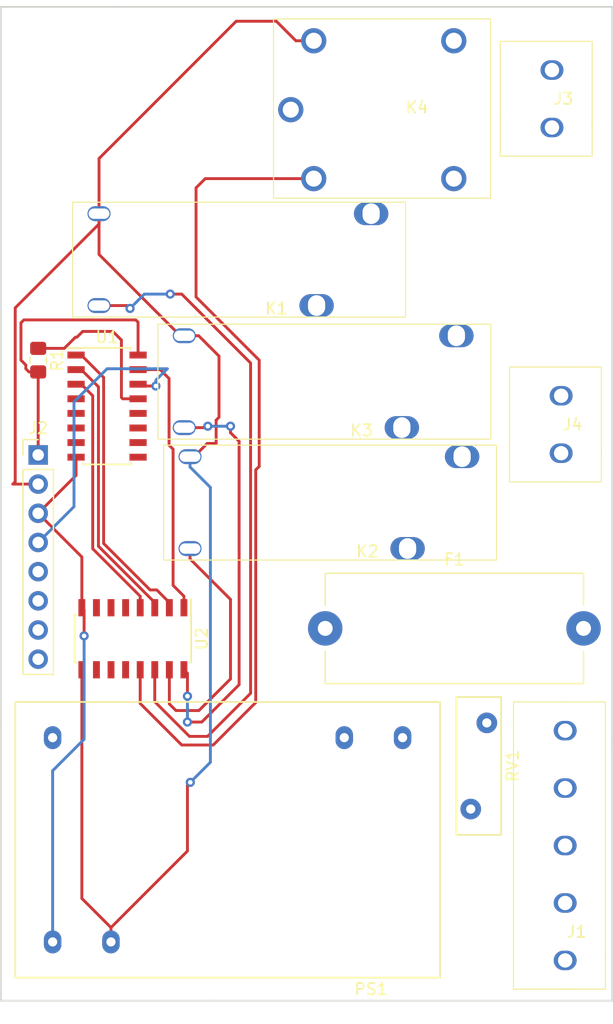
<source format=kicad_pcb>
(kicad_pcb (version 20171130) (host pcbnew 5.0.2+dfsg1-1~bpo9+1)

  (general
    (thickness 1.6)
    (drawings 10)
    (tracks 142)
    (zones 0)
    (modules 14)
    (nets 36)
  )

  (page A4)
  (layers
    (0 F.Cu signal)
    (31 B.Cu signal)
    (32 B.Adhes user)
    (33 F.Adhes user)
    (34 B.Paste user)
    (35 F.Paste user)
    (36 B.SilkS user)
    (37 F.SilkS user)
    (38 B.Mask user)
    (39 F.Mask user)
    (40 Dwgs.User user)
    (41 Cmts.User user)
    (42 Eco1.User user)
    (43 Eco2.User user)
    (44 Edge.Cuts user)
    (45 Margin user)
    (46 B.CrtYd user)
    (47 F.CrtYd user)
    (48 B.Fab user)
    (49 F.Fab user)
  )

  (setup
    (last_trace_width 0.25)
    (trace_clearance 0.2)
    (zone_clearance 0.508)
    (zone_45_only no)
    (trace_min 0.2)
    (segment_width 0.2)
    (edge_width 0.15)
    (via_size 0.8)
    (via_drill 0.4)
    (via_min_size 0.4)
    (via_min_drill 0.3)
    (uvia_size 0.3)
    (uvia_drill 0.1)
    (uvias_allowed no)
    (uvia_min_size 0.2)
    (uvia_min_drill 0.1)
    (pcb_text_width 0.3)
    (pcb_text_size 1.5 1.5)
    (mod_edge_width 0.15)
    (mod_text_size 1 1)
    (mod_text_width 0.15)
    (pad_size 1.524 1.524)
    (pad_drill 0.762)
    (pad_to_mask_clearance 0.051)
    (solder_mask_min_width 0.25)
    (aux_axis_origin 0 0)
    (visible_elements FFFFFF7F)
    (pcbplotparams
      (layerselection 0x010fc_ffffffff)
      (usegerberextensions false)
      (usegerberattributes false)
      (usegerberadvancedattributes false)
      (creategerberjobfile false)
      (excludeedgelayer true)
      (linewidth 0.100000)
      (plotframeref false)
      (viasonmask false)
      (mode 1)
      (useauxorigin false)
      (hpglpennumber 1)
      (hpglpenspeed 20)
      (hpglpendiameter 15.000000)
      (psnegative false)
      (psa4output false)
      (plotreference true)
      (plotvalue true)
      (plotinvisibletext false)
      (padsonsilk false)
      (subtractmaskfromsilk false)
      (outputformat 1)
      (mirror false)
      (drillshape 1)
      (scaleselection 1)
      (outputdirectory ""))
  )

  (net 0 "")
  (net 1 L)
  (net 2 "Net-(J1-Pad1)")
  (net 3 "Net-(J3-Pad2)")
  (net 4 "Net-(J3-Pad1)")
  (net 5 "Net-(J4-Pad1)")
  (net 6 "Net-(J4-Pad2)")
  (net 7 "Net-(J2-Pad8)")
  (net 8 +3V3)
  (net 9 "Net-(U1-Pad1)")
  (net 10 "Net-(U1-Pad9)")
  (net 11 "Net-(U1-Pad2)")
  (net 12 "Net-(J2-Pad6)")
  (net 13 "Net-(U1-Pad3)")
  (net 14 "Net-(J2-Pad5)")
  (net 15 "Net-(U1-Pad4)")
  (net 16 "Net-(J2-Pad7)")
  (net 17 "Net-(U1-Pad5)")
  (net 18 "Net-(U1-Pad6)")
  (net 19 "Net-(J2-Pad4)")
  (net 20 "Net-(U1-Pad7)")
  (net 21 "Net-(U1-Pad15)")
  (net 22 GND)
  (net 23 "Net-(K3-PadA2)")
  (net 24 "Net-(K2-PadA2)")
  (net 25 "Net-(U2-Pad7)")
  (net 26 "Net-(K1-PadA2)")
  (net 27 "Net-(U2-Pad6)")
  (net 28 "Net-(K4-PadA2)")
  (net 29 "Net-(U2-Pad5)")
  (net 30 "Net-(U2-Pad12)")
  (net 31 "Net-(U2-Pad11)")
  (net 32 "Net-(U2-Pad10)")
  (net 33 +5V)
  (net 34 "Net-(F1-Pad1)")
  (net 35 "Net-(K1-Pad14)")

  (net_class Default "This is the default net class."
    (clearance 0.2)
    (trace_width 0.25)
    (via_dia 0.8)
    (via_drill 0.4)
    (uvia_dia 0.3)
    (uvia_drill 0.1)
    (add_net +3V3)
    (add_net +5V)
    (add_net GND)
    (add_net L)
    (add_net "Net-(F1-Pad1)")
    (add_net "Net-(J1-Pad1)")
    (add_net "Net-(J2-Pad4)")
    (add_net "Net-(J2-Pad5)")
    (add_net "Net-(J2-Pad6)")
    (add_net "Net-(J2-Pad7)")
    (add_net "Net-(J2-Pad8)")
    (add_net "Net-(J3-Pad1)")
    (add_net "Net-(J3-Pad2)")
    (add_net "Net-(J4-Pad1)")
    (add_net "Net-(J4-Pad2)")
    (add_net "Net-(K1-Pad14)")
    (add_net "Net-(K1-PadA2)")
    (add_net "Net-(K2-PadA2)")
    (add_net "Net-(K3-PadA2)")
    (add_net "Net-(K4-PadA2)")
    (add_net "Net-(U1-Pad1)")
    (add_net "Net-(U1-Pad15)")
    (add_net "Net-(U1-Pad2)")
    (add_net "Net-(U1-Pad3)")
    (add_net "Net-(U1-Pad4)")
    (add_net "Net-(U1-Pad5)")
    (add_net "Net-(U1-Pad6)")
    (add_net "Net-(U1-Pad7)")
    (add_net "Net-(U1-Pad9)")
    (add_net "Net-(U2-Pad10)")
    (add_net "Net-(U2-Pad11)")
    (add_net "Net-(U2-Pad12)")
    (add_net "Net-(U2-Pad5)")
    (add_net "Net-(U2-Pad6)")
    (add_net "Net-(U2-Pad7)")
  )

  (module Package_SO:SOIC-16_3.9x9.9mm_P1.27mm (layer F.Cu) (tedit 5A02F2D3) (tstamp 5C78C392)
    (at 220.25 120 270)
    (descr "16-Lead Plastic Small Outline (SL) - Narrow, 3.90 mm Body [SOIC] (see Microchip Packaging Specification 00000049BS.pdf)")
    (tags "SOIC 1.27")
    (path /5C4A16CD)
    (attr smd)
    (fp_text reference U2 (at 0 -6 270) (layer F.SilkS)
      (effects (font (size 1 1) (thickness 0.15)))
    )
    (fp_text value ULN2003A (at 0 6 270) (layer F.Fab)
      (effects (font (size 1 1) (thickness 0.15)))
    )
    (fp_line (start -2.075 -5.05) (end -3.45 -5.05) (layer F.SilkS) (width 0.15))
    (fp_line (start -2.075 5.075) (end 2.075 5.075) (layer F.SilkS) (width 0.15))
    (fp_line (start -2.075 -5.075) (end 2.075 -5.075) (layer F.SilkS) (width 0.15))
    (fp_line (start -2.075 5.075) (end -2.075 4.97) (layer F.SilkS) (width 0.15))
    (fp_line (start 2.075 5.075) (end 2.075 4.97) (layer F.SilkS) (width 0.15))
    (fp_line (start 2.075 -5.075) (end 2.075 -4.97) (layer F.SilkS) (width 0.15))
    (fp_line (start -2.075 -5.075) (end -2.075 -5.05) (layer F.SilkS) (width 0.15))
    (fp_line (start -3.7 5.25) (end 3.7 5.25) (layer F.CrtYd) (width 0.05))
    (fp_line (start -3.7 -5.25) (end 3.7 -5.25) (layer F.CrtYd) (width 0.05))
    (fp_line (start 3.7 -5.25) (end 3.7 5.25) (layer F.CrtYd) (width 0.05))
    (fp_line (start -3.7 -5.25) (end -3.7 5.25) (layer F.CrtYd) (width 0.05))
    (fp_line (start -1.95 -3.95) (end -0.95 -4.95) (layer F.Fab) (width 0.15))
    (fp_line (start -1.95 4.95) (end -1.95 -3.95) (layer F.Fab) (width 0.15))
    (fp_line (start 1.95 4.95) (end -1.95 4.95) (layer F.Fab) (width 0.15))
    (fp_line (start 1.95 -4.95) (end 1.95 4.95) (layer F.Fab) (width 0.15))
    (fp_line (start -0.95 -4.95) (end 1.95 -4.95) (layer F.Fab) (width 0.15))
    (fp_text user %R (at 0 0 270) (layer F.Fab)
      (effects (font (size 0.9 0.9) (thickness 0.135)))
    )
    (pad 16 smd rect (at 2.7 -4.445 270) (size 1.5 0.6) (layers F.Cu F.Paste F.Mask)
      (net 23 "Net-(K3-PadA2)"))
    (pad 15 smd rect (at 2.7 -3.175 270) (size 1.5 0.6) (layers F.Cu F.Paste F.Mask)
      (net 24 "Net-(K2-PadA2)"))
    (pad 14 smd rect (at 2.7 -1.905 270) (size 1.5 0.6) (layers F.Cu F.Paste F.Mask)
      (net 26 "Net-(K1-PadA2)"))
    (pad 13 smd rect (at 2.7 -0.635 270) (size 1.5 0.6) (layers F.Cu F.Paste F.Mask)
      (net 28 "Net-(K4-PadA2)"))
    (pad 12 smd rect (at 2.7 0.635 270) (size 1.5 0.6) (layers F.Cu F.Paste F.Mask)
      (net 30 "Net-(U2-Pad12)"))
    (pad 11 smd rect (at 2.7 1.905 270) (size 1.5 0.6) (layers F.Cu F.Paste F.Mask)
      (net 31 "Net-(U2-Pad11)"))
    (pad 10 smd rect (at 2.7 3.175 270) (size 1.5 0.6) (layers F.Cu F.Paste F.Mask)
      (net 32 "Net-(U2-Pad10)"))
    (pad 9 smd rect (at 2.7 4.445 270) (size 1.5 0.6) (layers F.Cu F.Paste F.Mask)
      (net 33 +5V))
    (pad 8 smd rect (at -2.7 4.445 270) (size 1.5 0.6) (layers F.Cu F.Paste F.Mask)
      (net 22 GND))
    (pad 7 smd rect (at -2.7 3.175 270) (size 1.5 0.6) (layers F.Cu F.Paste F.Mask)
      (net 25 "Net-(U2-Pad7)"))
    (pad 6 smd rect (at -2.7 1.905 270) (size 1.5 0.6) (layers F.Cu F.Paste F.Mask)
      (net 27 "Net-(U2-Pad6)"))
    (pad 5 smd rect (at -2.7 0.635 270) (size 1.5 0.6) (layers F.Cu F.Paste F.Mask)
      (net 29 "Net-(U2-Pad5)"))
    (pad 4 smd rect (at -2.7 -0.635 270) (size 1.5 0.6) (layers F.Cu F.Paste F.Mask)
      (net 13 "Net-(U1-Pad3)"))
    (pad 3 smd rect (at -2.7 -1.905 270) (size 1.5 0.6) (layers F.Cu F.Paste F.Mask)
      (net 11 "Net-(U1-Pad2)"))
    (pad 2 smd rect (at -2.7 -3.175 270) (size 1.5 0.6) (layers F.Cu F.Paste F.Mask)
      (net 9 "Net-(U1-Pad1)"))
    (pad 1 smd rect (at -2.7 -4.445 270) (size 1.5 0.6) (layers F.Cu F.Paste F.Mask)
      (net 21 "Net-(U1-Pad15)"))
    (model ${KISYS3DMOD}/Package_SO.3dshapes/SOIC-16_3.9x9.9mm_P1.27mm.wrl
      (at (xyz 0 0 0))
      (scale (xyz 1 1 1))
      (rotate (xyz 0 0 0))
    )
  )

  (module Package_SO:SOIC-16_3.9x9.9mm_P1.27mm (layer F.Cu) (tedit 5A02F2D3) (tstamp 5C78C36E)
    (at 218 99.75)
    (descr "16-Lead Plastic Small Outline (SL) - Narrow, 3.90 mm Body [SOIC] (see Microchip Packaging Specification 00000049BS.pdf)")
    (tags "SOIC 1.27")
    (path /5C4A5381)
    (attr smd)
    (fp_text reference U1 (at 0 -6) (layer F.SilkS)
      (effects (font (size 1 1) (thickness 0.15)))
    )
    (fp_text value 74HC595 (at 0 6) (layer F.Fab)
      (effects (font (size 1 1) (thickness 0.15)))
    )
    (fp_text user %R (at 0 0) (layer F.Fab)
      (effects (font (size 0.9 0.9) (thickness 0.135)))
    )
    (fp_line (start -0.95 -4.95) (end 1.95 -4.95) (layer F.Fab) (width 0.15))
    (fp_line (start 1.95 -4.95) (end 1.95 4.95) (layer F.Fab) (width 0.15))
    (fp_line (start 1.95 4.95) (end -1.95 4.95) (layer F.Fab) (width 0.15))
    (fp_line (start -1.95 4.95) (end -1.95 -3.95) (layer F.Fab) (width 0.15))
    (fp_line (start -1.95 -3.95) (end -0.95 -4.95) (layer F.Fab) (width 0.15))
    (fp_line (start -3.7 -5.25) (end -3.7 5.25) (layer F.CrtYd) (width 0.05))
    (fp_line (start 3.7 -5.25) (end 3.7 5.25) (layer F.CrtYd) (width 0.05))
    (fp_line (start -3.7 -5.25) (end 3.7 -5.25) (layer F.CrtYd) (width 0.05))
    (fp_line (start -3.7 5.25) (end 3.7 5.25) (layer F.CrtYd) (width 0.05))
    (fp_line (start -2.075 -5.075) (end -2.075 -5.05) (layer F.SilkS) (width 0.15))
    (fp_line (start 2.075 -5.075) (end 2.075 -4.97) (layer F.SilkS) (width 0.15))
    (fp_line (start 2.075 5.075) (end 2.075 4.97) (layer F.SilkS) (width 0.15))
    (fp_line (start -2.075 5.075) (end -2.075 4.97) (layer F.SilkS) (width 0.15))
    (fp_line (start -2.075 -5.075) (end 2.075 -5.075) (layer F.SilkS) (width 0.15))
    (fp_line (start -2.075 5.075) (end 2.075 5.075) (layer F.SilkS) (width 0.15))
    (fp_line (start -2.075 -5.05) (end -3.45 -5.05) (layer F.SilkS) (width 0.15))
    (pad 1 smd rect (at -2.7 -4.445) (size 1.5 0.6) (layers F.Cu F.Paste F.Mask)
      (net 9 "Net-(U1-Pad1)"))
    (pad 2 smd rect (at -2.7 -3.175) (size 1.5 0.6) (layers F.Cu F.Paste F.Mask)
      (net 11 "Net-(U1-Pad2)"))
    (pad 3 smd rect (at -2.7 -1.905) (size 1.5 0.6) (layers F.Cu F.Paste F.Mask)
      (net 13 "Net-(U1-Pad3)"))
    (pad 4 smd rect (at -2.7 -0.635) (size 1.5 0.6) (layers F.Cu F.Paste F.Mask)
      (net 15 "Net-(U1-Pad4)"))
    (pad 5 smd rect (at -2.7 0.635) (size 1.5 0.6) (layers F.Cu F.Paste F.Mask)
      (net 17 "Net-(U1-Pad5)"))
    (pad 6 smd rect (at -2.7 1.905) (size 1.5 0.6) (layers F.Cu F.Paste F.Mask)
      (net 18 "Net-(U1-Pad6)"))
    (pad 7 smd rect (at -2.7 3.175) (size 1.5 0.6) (layers F.Cu F.Paste F.Mask)
      (net 20 "Net-(U1-Pad7)"))
    (pad 8 smd rect (at -2.7 4.445) (size 1.5 0.6) (layers F.Cu F.Paste F.Mask)
      (net 22 GND))
    (pad 9 smd rect (at 2.7 4.445) (size 1.5 0.6) (layers F.Cu F.Paste F.Mask)
      (net 10 "Net-(U1-Pad9)"))
    (pad 10 smd rect (at 2.7 3.175) (size 1.5 0.6) (layers F.Cu F.Paste F.Mask)
      (net 12 "Net-(J2-Pad6)"))
    (pad 11 smd rect (at 2.7 1.905) (size 1.5 0.6) (layers F.Cu F.Paste F.Mask)
      (net 14 "Net-(J2-Pad5)"))
    (pad 12 smd rect (at 2.7 0.635) (size 1.5 0.6) (layers F.Cu F.Paste F.Mask)
      (net 16 "Net-(J2-Pad7)"))
    (pad 13 smd rect (at 2.7 -0.635) (size 1.5 0.6) (layers F.Cu F.Paste F.Mask)
      (net 7 "Net-(J2-Pad8)"))
    (pad 14 smd rect (at 2.7 -1.905) (size 1.5 0.6) (layers F.Cu F.Paste F.Mask)
      (net 19 "Net-(J2-Pad4)"))
    (pad 15 smd rect (at 2.7 -3.175) (size 1.5 0.6) (layers F.Cu F.Paste F.Mask)
      (net 21 "Net-(U1-Pad15)"))
    (pad 16 smd rect (at 2.7 -4.445) (size 1.5 0.6) (layers F.Cu F.Paste F.Mask)
      (net 8 +3V3))
    (model ${KISYS3DMOD}/Package_SO.3dshapes/SOIC-16_3.9x9.9mm_P1.27mm.wrl
      (at (xyz 0 0 0))
      (scale (xyz 1 1 1))
      (rotate (xyz 0 0 0))
    )
  )

  (module Resistor_SMD:R_0805_2012Metric_Pad1.15x1.40mm_HandSolder (layer F.Cu) (tedit 5B36C52B) (tstamp 5C78C35E)
    (at 212 95.75 270)
    (descr "Resistor SMD 0805 (2012 Metric), square (rectangular) end terminal, IPC_7351 nominal with elongated pad for handsoldering. (Body size source: https://docs.google.com/spreadsheets/d/1BsfQQcO9C6DZCsRaXUlFlo91Tg2WpOkGARC1WS5S8t0/edit?usp=sharing), generated with kicad-footprint-generator")
    (tags "resistor handsolder")
    (path /5C4AE9C6)
    (attr smd)
    (fp_text reference R1 (at 0 -1.65 270) (layer F.SilkS)
      (effects (font (size 1 1) (thickness 0.15)))
    )
    (fp_text value 10k (at 0 1.65 270) (layer F.Fab)
      (effects (font (size 1 1) (thickness 0.15)))
    )
    (fp_line (start -1 0.6) (end -1 -0.6) (layer F.Fab) (width 0.1))
    (fp_line (start -1 -0.6) (end 1 -0.6) (layer F.Fab) (width 0.1))
    (fp_line (start 1 -0.6) (end 1 0.6) (layer F.Fab) (width 0.1))
    (fp_line (start 1 0.6) (end -1 0.6) (layer F.Fab) (width 0.1))
    (fp_line (start -0.261252 -0.71) (end 0.261252 -0.71) (layer F.SilkS) (width 0.12))
    (fp_line (start -0.261252 0.71) (end 0.261252 0.71) (layer F.SilkS) (width 0.12))
    (fp_line (start -1.85 0.95) (end -1.85 -0.95) (layer F.CrtYd) (width 0.05))
    (fp_line (start -1.85 -0.95) (end 1.85 -0.95) (layer F.CrtYd) (width 0.05))
    (fp_line (start 1.85 -0.95) (end 1.85 0.95) (layer F.CrtYd) (width 0.05))
    (fp_line (start 1.85 0.95) (end -1.85 0.95) (layer F.CrtYd) (width 0.05))
    (fp_text user %R (at 0 0 270) (layer F.Fab)
      (effects (font (size 0.5 0.5) (thickness 0.08)))
    )
    (pad 1 smd roundrect (at -1.025 0 270) (size 1.15 1.4) (layers F.Cu F.Paste F.Mask) (roundrect_rratio 0.217391)
      (net 7 "Net-(J2-Pad8)"))
    (pad 2 smd roundrect (at 1.025 0 270) (size 1.15 1.4) (layers F.Cu F.Paste F.Mask) (roundrect_rratio 0.217391)
      (net 8 +3V3))
    (model ${KISYS3DMOD}/Resistor_SMD.3dshapes/R_0805_2012Metric.wrl
      (at (xyz 0 0 0))
      (scale (xyz 1 1 1))
      (rotate (xyz 0 0 0))
    )
  )

  (module irm03:IRM-03-5 (layer F.Cu) (tedit 5C534A59) (tstamp 5C78C305)
    (at 247 149.5 180)
    (path /5C4BD8D8)
    (fp_text reference PS1 (at 6 -1 180) (layer F.SilkS)
      (effects (font (size 1 1) (thickness 0.15)))
    )
    (fp_text value IRM-03-5S (at 12 6 180) (layer F.Fab)
      (effects (font (size 1 1) (thickness 0.15)))
    )
    (fp_line (start 0 24) (end 0 0) (layer F.SilkS) (width 0.15))
    (fp_line (start 31 24) (end 0 24) (layer F.SilkS) (width 0.15))
    (fp_line (start 37 24) (end 31 24) (layer F.SilkS) (width 0.15))
    (fp_line (start 37 0) (end 37 24) (layer F.SilkS) (width 0.15))
    (fp_line (start 0 0) (end 37 0) (layer F.SilkS) (width 0.15))
    (pad 16 thru_hole oval (at 28.66 3.11 180) (size 1.524 2) (drill 0.8) (layers *.Cu *.Mask)
      (net 33 +5V))
    (pad 14 thru_hole oval (at 33.74 3.11 180) (size 1.524 2) (drill 0.8) (layers *.Cu *.Mask)
      (net 22 GND))
    (pad 0 thru_hole oval (at 33.74 20.89 180) (size 1.524 2) (drill 0.8) (layers *.Cu *.Mask))
    (pad 3 thru_hole oval (at 8.34 20.89 180) (size 1.524 2) (drill 0.8) (layers *.Cu *.Mask)
      (net 2 "Net-(J1-Pad1)"))
    (pad 1 thru_hole oval (at 3.26 20.89 180) (size 1.524 2) (drill 0.8) (layers *.Cu *.Mask)
      (net 34 "Net-(F1-Pad1)"))
  )

  (module Fuse:Fuseholder_Cylinder-5x20mm_Schurter_0031_8201_Horizontal_Open (layer F.Cu) (tedit 5A1C8BA4) (tstamp 5C6F9787)
    (at 237 119.1)
    (descr http://www.schurter.com/var/schurter/storage/ilcatalogue/files/document/datasheet/en/pdf/typ_OGN.pdf)
    (tags "Fuseholder horizontal open 5x20 Schurter 0031.8201")
    (path /5C4A0D40)
    (fp_text reference F1 (at 11.25 -6) (layer F.SilkS)
      (effects (font (size 1 1) (thickness 0.15)))
    )
    (fp_text value Fuse (at 11.25 6) (layer F.Fab)
      (effects (font (size 1 1) (thickness 0.15)))
    )
    (fp_text user %R (at 11.25 4) (layer F.Fab)
      (effects (font (size 1 1) (thickness 0.15)))
    )
    (fp_line (start 0.1 -4.7) (end 0.1 4.7) (layer F.Fab) (width 0.1))
    (fp_line (start 0.1 4.7) (end 22.4 4.7) (layer F.Fab) (width 0.1))
    (fp_line (start 22.4 4.7) (end 22.4 -4.7) (layer F.Fab) (width 0.1))
    (fp_line (start 22.4 -4.7) (end 0.1 -4.7) (layer F.Fab) (width 0.1))
    (fp_line (start -0.25 5.05) (end -0.25 1.95) (layer F.CrtYd) (width 0.05))
    (fp_line (start 22.5 4.8) (end 22.5 2) (layer F.SilkS) (width 0.12))
    (fp_line (start 22.5 -2) (end 22.5 -4.8) (layer F.SilkS) (width 0.12))
    (fp_line (start 0 -2) (end 0 -4.8) (layer F.SilkS) (width 0.12))
    (fp_line (start 0 -4.8) (end 22.5 -4.8) (layer F.SilkS) (width 0.12))
    (fp_line (start 22.75 5.05) (end -0.25 5.05) (layer F.CrtYd) (width 0.05))
    (fp_line (start -0.25 -5.05) (end 22.75 -5.05) (layer F.CrtYd) (width 0.05))
    (fp_line (start 0 4.8) (end 22.5 4.8) (layer F.SilkS) (width 0.12))
    (fp_line (start -0.25 -1.95) (end -0.25 -5.05) (layer F.CrtYd) (width 0.05))
    (fp_line (start 22.75 -1.95) (end 22.75 -5.05) (layer F.CrtYd) (width 0.05))
    (fp_line (start 22.75 1.95) (end 22.75 5.05) (layer F.CrtYd) (width 0.05))
    (fp_line (start 0 4.8) (end 0 2) (layer F.SilkS) (width 0.12))
    (fp_arc (start 22.5 0) (end 22.75 -1.95) (angle 165.3) (layer F.CrtYd) (width 0.05))
    (fp_arc (start 0 0) (end -0.25 1.95) (angle 165.3) (layer F.CrtYd) (width 0.05))
    (pad 1 thru_hole circle (at 0 0) (size 3 3) (drill 1.3) (layers *.Cu *.Mask)
      (net 34 "Net-(F1-Pad1)"))
    (pad 2 thru_hole circle (at 22.5 0) (size 3 3) (drill 1.3) (layers *.Cu *.Mask)
      (net 1 L))
    (pad "" np_thru_hole circle (at 11.25 0) (size 2.7 2.7) (drill 2.7) (layers *.Cu *.Mask))
    (model ${KISYS3DMOD}/Fuse.3dshapes/Fuseholder_Cylinder-5x20mm_Schurter_0031_8201_Horizontal_Open.wrl
      (at (xyz 0 0 0))
      (scale (xyz 1 1 1))
      (rotate (xyz 0 0 0))
    )
  )

  (module "finder-36:Finder 36.11.9" (layer F.Cu) (tedit 5A881E6A) (tstamp 5C6F8A20)
    (at 238 69.25)
    (path /5C4A1EBD)
    (fp_text reference K4 (at 7 4.5) (layer F.SilkS)
      (effects (font (size 1 1) (thickness 0.15)))
    )
    (fp_text value FINDER-36.11 (at 7.5 -4) (layer F.Fab)
      (effects (font (size 1 1) (thickness 0.15)))
    )
    (fp_line (start 13.2 -3.2) (end 13.4 -3.2) (layer F.SilkS) (width 0.1))
    (fp_line (start 13.4 -3.2) (end 13.4 12.4) (layer F.SilkS) (width 0.1))
    (fp_line (start 13.4 12.4) (end 13.2 12.4) (layer F.SilkS) (width 0.1))
    (fp_line (start 13 -3.2) (end 13.2 -3.2) (layer F.SilkS) (width 0.1))
    (fp_line (start 13.2 12.4) (end 12.9 12.4) (layer F.SilkS) (width 0.1))
    (fp_line (start 12 12.4) (end -5.5 12.4) (layer F.SilkS) (width 0.1))
    (fp_line (start -5.5 12) (end -5.5 12.4) (layer F.SilkS) (width 0.1))
    (fp_line (start -5.5 -3.2) (end 13 -3.2) (layer F.SilkS) (width 0.1))
    (fp_line (start 13 12.4) (end 11.9 12.4) (layer F.SilkS) (width 0.1))
    (fp_line (start -5.5 -3.2) (end -5.5 -3) (layer F.SilkS) (width 0.1))
    (fp_line (start -5.5 12) (end -5.5 4) (layer F.SilkS) (width 0.1))
    (fp_line (start -5.5 4) (end -5.5 -3) (layer F.SilkS) (width 0.1))
    (pad 12 thru_hole circle (at 10.2 10.7) (size 2.2 2.2) (drill 1.4) (layers *.Cu *.Mask)
      (net 4 "Net-(J3-Pad1)"))
    (pad 11 thru_hole circle (at -4 4.7) (size 2.2 2.2) (drill 1.4) (layers *.Cu *.Mask)
      (net 35 "Net-(K1-Pad14)"))
    (pad A2 thru_hole circle (at -2 10.7) (size 2.2 2.2) (drill 1.4) (layers *.Cu *.Mask)
      (net 28 "Net-(K4-PadA2)"))
    (pad A1 thru_hole circle (at -2 -1.3) (size 2.2 2.2) (drill 1.4) (layers *.Cu *.Mask)
      (net 33 +5V))
    (pad 14 thru_hole circle (at 10.2 -1.3) (size 2.2 2.2) (drill 1.4) (layers *.Cu *.Mask)
      (net 3 "Net-(J3-Pad2)"))
  )

  (module js5mn-kt:js5mn-kt (layer F.Cu) (tedit 5BD46245) (tstamp 5C6F8A0B)
    (at 252.425 90.625)
    (path /5C4A0F53)
    (fp_text reference K3 (at -12.25 11.25) (layer F.SilkS)
      (effects (font (size 1 1) (thickness 0.15)))
    )
    (fp_text value JS5MN-KT (at -22.5 7) (layer F.Fab)
      (effects (font (size 1 1) (thickness 0.15)))
    )
    (fp_line (start -30 2) (end -30 10) (layer F.SilkS) (width 0.1))
    (fp_line (start -30 2) (end -1 2) (layer F.SilkS) (width 0.1))
    (fp_line (start -1 2) (end -1 12) (layer F.SilkS) (width 0.1))
    (fp_line (start -1 12) (end -30 12) (layer F.SilkS) (width 0.1))
    (fp_line (start -30 12) (end -30 10) (layer F.SilkS) (width 0.1))
    (pad 14 thru_hole oval (at -4 3) (size 3 2) (drill oval 1.5 1.8) (layers *.Cu *.Mask)
      (net 6 "Net-(J4-Pad2)"))
    (pad A2 thru_hole oval (at -27.7 11) (size 2 1.3) (drill oval 1.8 0.9) (layers *.Cu *.Mask)
      (net 23 "Net-(K3-PadA2)"))
    (pad A1 thru_hole oval (at -27.7 3) (size 2 1.3) (drill oval 1.8 0.9) (layers *.Cu *.Mask)
      (net 33 +5V))
    (pad 11 thru_hole oval (at -8.75 11) (size 3 2) (drill oval 1.5 1.8) (layers *.Cu *.Mask)
      (net 1 L))
  )

  (module js5mn-kt:js5mn-kt (layer F.Cu) (tedit 5BD46245) (tstamp 5C6F89FE)
    (at 252.925 101.15)
    (path /5C4A0FCB)
    (fp_text reference K2 (at -12.25 11.25) (layer F.SilkS)
      (effects (font (size 1 1) (thickness 0.15)))
    )
    (fp_text value JS5MN-KT (at -22.5 7) (layer F.Fab)
      (effects (font (size 1 1) (thickness 0.15)))
    )
    (fp_line (start -30 12) (end -30 10) (layer F.SilkS) (width 0.1))
    (fp_line (start -1 12) (end -30 12) (layer F.SilkS) (width 0.1))
    (fp_line (start -1 2) (end -1 12) (layer F.SilkS) (width 0.1))
    (fp_line (start -30 2) (end -1 2) (layer F.SilkS) (width 0.1))
    (fp_line (start -30 2) (end -30 10) (layer F.SilkS) (width 0.1))
    (pad 11 thru_hole oval (at -8.75 11) (size 3 2) (drill oval 1.5 1.8) (layers *.Cu *.Mask)
      (net 1 L))
    (pad A1 thru_hole oval (at -27.7 3) (size 2 1.3) (drill oval 1.8 0.9) (layers *.Cu *.Mask)
      (net 33 +5V))
    (pad A2 thru_hole oval (at -27.7 11) (size 2 1.3) (drill oval 1.8 0.9) (layers *.Cu *.Mask)
      (net 24 "Net-(K2-PadA2)"))
    (pad 14 thru_hole oval (at -4 3) (size 3 2) (drill oval 1.5 1.8) (layers *.Cu *.Mask)
      (net 5 "Net-(J4-Pad1)"))
  )

  (module js5mn-kt:js5mn-kt (layer F.Cu) (tedit 5BD46245) (tstamp 5C6F89F1)
    (at 245 80)
    (path /5C4A1005)
    (fp_text reference K1 (at -12.25 11.25) (layer F.SilkS)
      (effects (font (size 1 1) (thickness 0.15)))
    )
    (fp_text value JS5MN-KT (at -22.5 7) (layer F.Fab)
      (effects (font (size 1 1) (thickness 0.15)))
    )
    (fp_line (start -30 2) (end -30 10) (layer F.SilkS) (width 0.1))
    (fp_line (start -30 2) (end -1 2) (layer F.SilkS) (width 0.1))
    (fp_line (start -1 2) (end -1 12) (layer F.SilkS) (width 0.1))
    (fp_line (start -1 12) (end -30 12) (layer F.SilkS) (width 0.1))
    (fp_line (start -30 12) (end -30 10) (layer F.SilkS) (width 0.1))
    (pad 14 thru_hole oval (at -4 3) (size 3 2) (drill oval 1.5 1.8) (layers *.Cu *.Mask)
      (net 35 "Net-(K1-Pad14)"))
    (pad A2 thru_hole oval (at -27.7 11) (size 2 1.3) (drill oval 1.8 0.9) (layers *.Cu *.Mask)
      (net 26 "Net-(K1-PadA2)"))
    (pad A1 thru_hole oval (at -27.7 3) (size 2 1.3) (drill oval 1.8 0.9) (layers *.Cu *.Mask)
      (net 33 +5V))
    (pad 11 thru_hole oval (at -8.75 11) (size 3 2) (drill oval 1.5 1.8) (layers *.Cu *.Mask)
      (net 1 L))
  )

  (module Connector_PinHeader_2.54mm:PinHeader_1x08_P2.54mm_Vertical (layer F.Cu) (tedit 59FED5CC) (tstamp 5C630E74)
    (at 212 104)
    (descr "Through hole straight pin header, 1x08, 2.54mm pitch, single row")
    (tags "Through hole pin header THT 1x08 2.54mm single row")
    (path /5C4A8EBE)
    (fp_text reference J2 (at 0 -2.33) (layer F.SilkS)
      (effects (font (size 1 1) (thickness 0.15)))
    )
    (fp_text value UPLINK (at 0 20.11) (layer F.Fab)
      (effects (font (size 1 1) (thickness 0.15)))
    )
    (fp_line (start -0.635 -1.27) (end 1.27 -1.27) (layer F.Fab) (width 0.1))
    (fp_line (start 1.27 -1.27) (end 1.27 19.05) (layer F.Fab) (width 0.1))
    (fp_line (start 1.27 19.05) (end -1.27 19.05) (layer F.Fab) (width 0.1))
    (fp_line (start -1.27 19.05) (end -1.27 -0.635) (layer F.Fab) (width 0.1))
    (fp_line (start -1.27 -0.635) (end -0.635 -1.27) (layer F.Fab) (width 0.1))
    (fp_line (start -1.33 19.11) (end 1.33 19.11) (layer F.SilkS) (width 0.12))
    (fp_line (start -1.33 1.27) (end -1.33 19.11) (layer F.SilkS) (width 0.12))
    (fp_line (start 1.33 1.27) (end 1.33 19.11) (layer F.SilkS) (width 0.12))
    (fp_line (start -1.33 1.27) (end 1.33 1.27) (layer F.SilkS) (width 0.12))
    (fp_line (start -1.33 0) (end -1.33 -1.33) (layer F.SilkS) (width 0.12))
    (fp_line (start -1.33 -1.33) (end 0 -1.33) (layer F.SilkS) (width 0.12))
    (fp_line (start -1.8 -1.8) (end -1.8 19.55) (layer F.CrtYd) (width 0.05))
    (fp_line (start -1.8 19.55) (end 1.8 19.55) (layer F.CrtYd) (width 0.05))
    (fp_line (start 1.8 19.55) (end 1.8 -1.8) (layer F.CrtYd) (width 0.05))
    (fp_line (start 1.8 -1.8) (end -1.8 -1.8) (layer F.CrtYd) (width 0.05))
    (fp_text user %R (at 0 8.89 90) (layer F.Fab)
      (effects (font (size 1 1) (thickness 0.15)))
    )
    (pad 1 thru_hole rect (at 0 0) (size 1.7 1.7) (drill 1) (layers *.Cu *.Mask)
      (net 8 +3V3))
    (pad 2 thru_hole oval (at 0 2.54) (size 1.7 1.7) (drill 1) (layers *.Cu *.Mask)
      (net 33 +5V))
    (pad 3 thru_hole oval (at 0 5.08) (size 1.7 1.7) (drill 1) (layers *.Cu *.Mask)
      (net 22 GND))
    (pad 4 thru_hole oval (at 0 7.62) (size 1.7 1.7) (drill 1) (layers *.Cu *.Mask)
      (net 19 "Net-(J2-Pad4)"))
    (pad 5 thru_hole oval (at 0 10.16) (size 1.7 1.7) (drill 1) (layers *.Cu *.Mask)
      (net 14 "Net-(J2-Pad5)"))
    (pad 6 thru_hole oval (at 0 12.7) (size 1.7 1.7) (drill 1) (layers *.Cu *.Mask)
      (net 12 "Net-(J2-Pad6)"))
    (pad 7 thru_hole oval (at 0 15.24) (size 1.7 1.7) (drill 1) (layers *.Cu *.Mask)
      (net 16 "Net-(J2-Pad7)"))
    (pad 8 thru_hole oval (at 0 17.78) (size 1.7 1.7) (drill 1) (layers *.Cu *.Mask)
      (net 7 "Net-(J2-Pad8)"))
    (model ${KISYS3DMOD}/Connector_PinHeader_2.54mm.3dshapes/PinHeader_1x08_P2.54mm_Vertical.wrl
      (at (xyz 0 0 0))
      (scale (xyz 1 1 1))
      (rotate (xyz 0 0 0))
    )
  )

  (module Varistor:RV_Disc_D12mm_W3.9mm_P7.5mm (layer F.Cu) (tedit 5A0F68DF) (tstamp 5C630DAD)
    (at 249.675 134.825 90)
    (descr "Varistor, diameter 12mm, width 3.9mm, pitch 7.5mm")
    (tags "varistor SIOV")
    (path /5C4A0C92)
    (fp_text reference RV1 (at 3.75 3.65 90) (layer F.SilkS)
      (effects (font (size 1 1) (thickness 0.15)))
    )
    (fp_text value Varistor (at 3.75 -2.25 90) (layer F.Fab)
      (effects (font (size 1 1) (thickness 0.15)))
    )
    (fp_text user %R (at 3.75 0.7 90) (layer F.Fab)
      (effects (font (size 1 1) (thickness 0.15)))
    )
    (fp_line (start -2.5 2.9) (end 10 2.9) (layer F.CrtYd) (width 0.05))
    (fp_line (start -2.5 -1.5) (end 10 -1.5) (layer F.CrtYd) (width 0.05))
    (fp_line (start 10 -1.5) (end 10 2.9) (layer F.CrtYd) (width 0.05))
    (fp_line (start -2.5 -1.5) (end -2.5 2.9) (layer F.CrtYd) (width 0.05))
    (fp_line (start -2.25 2.65) (end 9.75 2.65) (layer F.SilkS) (width 0.15))
    (fp_line (start -2.25 -1.25) (end 9.75 -1.25) (layer F.SilkS) (width 0.15))
    (fp_line (start 9.75 -1.25) (end 9.75 2.65) (layer F.SilkS) (width 0.15))
    (fp_line (start -2.25 -1.25) (end -2.25 2.65) (layer F.SilkS) (width 0.15))
    (fp_line (start -2.25 2.65) (end 9.75 2.65) (layer F.Fab) (width 0.1))
    (fp_line (start -2.25 -1.25) (end 9.75 -1.25) (layer F.Fab) (width 0.1))
    (fp_line (start 9.75 -1.25) (end 9.75 2.65) (layer F.Fab) (width 0.1))
    (fp_line (start -2.25 -1.25) (end -2.25 2.65) (layer F.Fab) (width 0.1))
    (pad 1 thru_hole circle (at 0 0 90) (size 1.8 1.8) (drill 0.8) (layers *.Cu *.Mask)
      (net 2 "Net-(J1-Pad1)"))
    (pad 2 thru_hole circle (at 7.5 1.4 90) (size 1.8 1.8) (drill 0.8) (layers *.Cu *.Mask)
      (net 1 L))
    (model ${KISYS3DMOD}/Varistor.3dshapes/RV_Disc_D12mm_W3.9mm_P7.5mm.wrl
      (at (xyz 0 0 0))
      (scale (xyz 1 1 1))
      (rotate (xyz 0 0 0))
    )
  )

  (module terminal_blocks:RND_Schraubklemme_2pol (layer F.Cu) (tedit 5A88B786) (tstamp 5C630D9A)
    (at 257.55 103.85 90)
    (path /5C4A138D)
    (fp_text reference J4 (at 2.5 1 180) (layer F.SilkS)
      (effects (font (size 1 1) (thickness 0.15)))
    )
    (fp_text value L1/L2 (at 3 -6 90) (layer F.Fab)
      (effects (font (size 1 1) (thickness 0.15)))
    )
    (fp_line (start 0 3.5) (end 5 3.5) (layer F.SilkS) (width 0.1))
    (fp_line (start 5 1.5) (end 5 3) (layer F.CrtYd) (width 0.1))
    (fp_line (start 0 1.5) (end 0 3) (layer F.CrtYd) (width 0.1))
    (fp_line (start 5 -4) (end 5 -3) (layer F.CrtYd) (width 0.1))
    (fp_line (start 0 -4) (end 5 -4) (layer F.CrtYd) (width 0.1))
    (fp_line (start 0 -3) (end 0 -4) (layer F.CrtYd) (width 0.1))
    (fp_line (start 0 -3.5) (end 0 -3) (layer F.CrtYd) (width 0.1))
    (fp_line (start 5 -3.5) (end 0 -3.5) (layer F.CrtYd) (width 0.1))
    (fp_line (start 5 -3) (end 5 -3.5) (layer F.CrtYd) (width 0.1))
    (fp_line (start 0 -3) (end 5 -3) (layer F.CrtYd) (width 0.1))
    (fp_line (start -2.5 3.5) (end 0.5 3.5) (layer F.SilkS) (width 0.1))
    (fp_line (start -2.5 0) (end -2.5 3.5) (layer F.SilkS) (width 0.1))
    (fp_line (start 7.5 3.5) (end 5 3.5) (layer F.SilkS) (width 0.1))
    (fp_line (start 7.5 0) (end 7.5 3.5) (layer F.SilkS) (width 0.1))
    (fp_line (start 0.5 -4.5) (end 7.5 -4.5) (layer F.SilkS) (width 0.1))
    (fp_line (start 1 -4.5) (end -2.5 -4.5) (layer F.SilkS) (width 0.1))
    (fp_line (start 7.5 -4.5) (end 7.5 0) (layer F.SilkS) (width 0.1))
    (fp_line (start -2.5 -4.5) (end -2.5 0.25) (layer F.SilkS) (width 0.1))
    (pad 1 thru_hole oval (at 0 0 90) (size 1.7 2) (drill 1.25) (layers *.Cu *.Mask)
      (net 5 "Net-(J4-Pad1)"))
    (pad 2 thru_hole oval (at 5 0 90) (size 1.7 2) (drill 1.25) (layers *.Cu *.Mask)
      (net 6 "Net-(J4-Pad2)"))
  )

  (module terminal_blocks:RND_Schraubklemme_2pol (layer F.Cu) (tedit 5A88B786) (tstamp 5C630D82)
    (at 256.75 75.5 90)
    (path /5C4A1405)
    (fp_text reference J3 (at 2.5 1 180) (layer F.SilkS)
      (effects (font (size 1 1) (thickness 0.15)))
    )
    (fp_text value R1 (at 3 -6 90) (layer F.Fab)
      (effects (font (size 1 1) (thickness 0.15)))
    )
    (fp_line (start -2.5 -4.5) (end -2.5 0.25) (layer F.SilkS) (width 0.1))
    (fp_line (start 7.5 -4.5) (end 7.5 0) (layer F.SilkS) (width 0.1))
    (fp_line (start 1 -4.5) (end -2.5 -4.5) (layer F.SilkS) (width 0.1))
    (fp_line (start 0.5 -4.5) (end 7.5 -4.5) (layer F.SilkS) (width 0.1))
    (fp_line (start 7.5 0) (end 7.5 3.5) (layer F.SilkS) (width 0.1))
    (fp_line (start 7.5 3.5) (end 5 3.5) (layer F.SilkS) (width 0.1))
    (fp_line (start -2.5 0) (end -2.5 3.5) (layer F.SilkS) (width 0.1))
    (fp_line (start -2.5 3.5) (end 0.5 3.5) (layer F.SilkS) (width 0.1))
    (fp_line (start 0 -3) (end 5 -3) (layer F.CrtYd) (width 0.1))
    (fp_line (start 5 -3) (end 5 -3.5) (layer F.CrtYd) (width 0.1))
    (fp_line (start 5 -3.5) (end 0 -3.5) (layer F.CrtYd) (width 0.1))
    (fp_line (start 0 -3.5) (end 0 -3) (layer F.CrtYd) (width 0.1))
    (fp_line (start 0 -3) (end 0 -4) (layer F.CrtYd) (width 0.1))
    (fp_line (start 0 -4) (end 5 -4) (layer F.CrtYd) (width 0.1))
    (fp_line (start 5 -4) (end 5 -3) (layer F.CrtYd) (width 0.1))
    (fp_line (start 0 1.5) (end 0 3) (layer F.CrtYd) (width 0.1))
    (fp_line (start 5 1.5) (end 5 3) (layer F.CrtYd) (width 0.1))
    (fp_line (start 0 3.5) (end 5 3.5) (layer F.SilkS) (width 0.1))
    (pad 2 thru_hole oval (at 5 0 90) (size 1.7 2) (drill 1.25) (layers *.Cu *.Mask)
      (net 3 "Net-(J3-Pad2)"))
    (pad 1 thru_hole oval (at 0 0 90) (size 1.7 2) (drill 1.25) (layers *.Cu *.Mask)
      (net 4 "Net-(J3-Pad1)"))
  )

  (module terminal_blocks:RND_Schraubklemme_5pol (layer F.Cu) (tedit 5A88B739) (tstamp 5C630D6A)
    (at 257.9 148 90)
    (path /5C4B1DD1)
    (fp_text reference J1 (at 2.5 1 180) (layer F.SilkS)
      (effects (font (size 1 1) (thickness 0.15)))
    )
    (fp_text value Screw_Terminal_01x05 (at 3 -6 90) (layer F.Fab)
      (effects (font (size 1 1) (thickness 0.15)))
    )
    (fp_line (start -2.5 -4.5) (end -2.5 0.5) (layer F.SilkS) (width 0.1))
    (fp_line (start 10 -4.5) (end -2.5 -4.5) (layer F.SilkS) (width 0.1))
    (fp_line (start 22.5 -4.5) (end 22.5 0) (layer F.SilkS) (width 0.1))
    (fp_line (start 10 -4.5) (end 22.5 -4.5) (layer F.SilkS) (width 0.1))
    (fp_line (start 20 1.5) (end 20 3) (layer F.CrtYd) (width 0.1))
    (fp_line (start 15 1.5) (end 15 3) (layer F.CrtYd) (width 0.1))
    (fp_line (start 10 1.5) (end 10 3) (layer F.CrtYd) (width 0.1))
    (fp_line (start 15 -3) (end 15 -4) (layer F.CrtYd) (width 0.1))
    (fp_line (start 10 -3) (end 10 -4) (layer F.CrtYd) (width 0.1))
    (fp_line (start 5 -3) (end 20 -3) (layer F.CrtYd) (width 0.1))
    (fp_line (start 20 -3) (end 20 -3.5) (layer F.CrtYd) (width 0.1))
    (fp_line (start 20 -3.5) (end 4.5 -3.5) (layer F.CrtYd) (width 0.1))
    (fp_line (start 4.5 -3.5) (end 5 -3.5) (layer F.CrtYd) (width 0.1))
    (fp_line (start 5 -3.5) (end 5 -4) (layer F.CrtYd) (width 0.1))
    (fp_line (start 5 -4) (end 20 -4) (layer F.CrtYd) (width 0.1))
    (fp_line (start 20 -4) (end 20 -3) (layer F.CrtYd) (width 0.1))
    (fp_line (start 7.5 3.5) (end 22.5 3.5) (layer F.SilkS) (width 0.1))
    (fp_line (start 22.5 3.5) (end 22.5 0) (layer F.SilkS) (width 0.1))
    (fp_line (start 7.5 3.5) (end 5 3.5) (layer F.SilkS) (width 0.1))
    (fp_line (start -2.5 0) (end -2.5 3.5) (layer F.SilkS) (width 0.1))
    (fp_line (start -2.5 3.5) (end 0.5 3.5) (layer F.SilkS) (width 0.1))
    (fp_line (start 0 -3) (end 5 -3) (layer F.CrtYd) (width 0.1))
    (fp_line (start 5 -3) (end 5 -3.5) (layer F.CrtYd) (width 0.1))
    (fp_line (start 5 -3.5) (end 0 -3.5) (layer F.CrtYd) (width 0.1))
    (fp_line (start 0 -3.5) (end 0 -3) (layer F.CrtYd) (width 0.1))
    (fp_line (start 0 -3) (end 0 -4) (layer F.CrtYd) (width 0.1))
    (fp_line (start 0 -4) (end 5 -4) (layer F.CrtYd) (width 0.1))
    (fp_line (start 5 -4) (end 5 -3) (layer F.CrtYd) (width 0.1))
    (fp_line (start 0 1.5) (end 0 3) (layer F.CrtYd) (width 0.1))
    (fp_line (start 5 1.5) (end 5 3) (layer F.CrtYd) (width 0.1))
    (fp_line (start 0 3.5) (end 5 3.5) (layer F.SilkS) (width 0.1))
    (pad 5 thru_hole oval (at 20 0 90) (size 1.7 2) (drill 1.25) (layers *.Cu *.Mask)
      (net 1 L))
    (pad 4 thru_hole oval (at 15 0 90) (size 1.7 2) (drill 1.25) (layers *.Cu *.Mask)
      (net 2 "Net-(J1-Pad1)"))
    (pad 3 thru_hole oval (at 10 0 90) (size 1.7 2) (drill 1.25) (layers *.Cu *.Mask)
      (net 2 "Net-(J1-Pad1)"))
    (pad 2 thru_hole oval (at 5 0 90) (size 1.7 2) (drill 1.25) (layers *.Cu *.Mask)
      (net 2 "Net-(J1-Pad1)"))
    (pad 1 thru_hole oval (at 0 0 90) (size 1.7 2) (drill 1.25) (layers *.Cu *.Mask)
      (net 2 "Net-(J1-Pad1)"))
  )

  (gr_line (start 208.75 80.25) (end 208.75 65) (layer Edge.Cuts) (width 0.15))
  (gr_line (start 208.75 119.75) (end 208.75 80.25) (layer Edge.Cuts) (width 0.15))
  (gr_line (start 208.75 127.5) (end 208.75 119.75) (layer Edge.Cuts) (width 0.15))
  (gr_line (start 208.75 151.5) (end 208.75 127.5) (layer Edge.Cuts) (width 0.15))
  (gr_line (start 262 151.5) (end 262 128.25) (layer Edge.Cuts) (width 0.15))
  (gr_line (start 227.25 151.5) (end 208.75 151.5) (layer Edge.Cuts) (width 0.15))
  (gr_line (start 262 151.5) (end 227.25 151.5) (layer Edge.Cuts) (width 0.15))
  (gr_line (start 218.5 65) (end 208.75 65) (layer Edge.Cuts) (width 0.15))
  (gr_line (start 262 65) (end 218.5 65) (layer Edge.Cuts) (width 0.15))
  (gr_line (start 262 129.5) (end 262 65) (layer Edge.Cuts) (width 0.15))

  (segment (start 212 94.725) (end 214.275 94.725) (width 0.25) (layer F.Cu) (net 7))
  (segment (start 214.275 94.725) (end 215.25 93.75) (width 0.25) (layer F.Cu) (net 7))
  (segment (start 215.380002 93.75) (end 215.880002 93.25) (width 0.25) (layer F.Cu) (net 7))
  (segment (start 215.25 93.75) (end 215.380002 93.75) (width 0.25) (layer F.Cu) (net 7))
  (segment (start 215.880002 93.25) (end 218.5 93.25) (width 0.25) (layer F.Cu) (net 7))
  (segment (start 218.5 93.25) (end 219.25 94) (width 0.25) (layer F.Cu) (net 7))
  (segment (start 219.25 94) (end 219.25 99) (width 0.25) (layer F.Cu) (net 7))
  (segment (start 219.365 99.115) (end 220.7 99.115) (width 0.25) (layer F.Cu) (net 7))
  (segment (start 219.25 99) (end 219.365 99.115) (width 0.25) (layer F.Cu) (net 7))
  (segment (start 212 104) (end 212 96.775) (width 0.25) (layer F.Cu) (net 8))
  (segment (start 220.5 92.25) (end 220.7 92.45) (width 0.25) (layer F.Cu) (net 8))
  (segment (start 210.75 92.25) (end 220.5 92.25) (width 0.25) (layer F.Cu) (net 8))
  (segment (start 210.5 92.5) (end 210.75 92.25) (width 0.25) (layer F.Cu) (net 8))
  (segment (start 210.5 95.75) (end 210.5 92.5) (width 0.25) (layer F.Cu) (net 8))
  (segment (start 212 96.775) (end 211.2 96.775) (width 0.25) (layer F.Cu) (net 8))
  (segment (start 220.7 92.45) (end 220.7 95.305) (width 0.25) (layer F.Cu) (net 8))
  (segment (start 210.925 96.5) (end 210.925 96.175) (width 0.25) (layer F.Cu) (net 8))
  (segment (start 211.2 96.775) (end 210.925 96.5) (width 0.25) (layer F.Cu) (net 8))
  (segment (start 210.925 96.175) (end 210.5 95.75) (width 0.25) (layer F.Cu) (net 8))
  (segment (start 223.425 116.85) (end 222.325 115.75) (width 0.25) (layer F.Cu) (net 9))
  (segment (start 223.425 117.3) (end 223.425 116.85) (width 0.25) (layer F.Cu) (net 9))
  (segment (start 221.75 115.75) (end 217.70001 111.70001) (width 0.25) (layer F.Cu) (net 9))
  (segment (start 222.325 115.75) (end 221.75 115.75) (width 0.25) (layer F.Cu) (net 9))
  (segment (start 215.75 95.305) (end 215.3 95.305) (width 0.25) (layer F.Cu) (net 9))
  (segment (start 217.700009 97.255009) (end 215.75 95.305) (width 0.25) (layer F.Cu) (net 9))
  (segment (start 217.70001 111.70001) (end 217.700009 97.255009) (width 0.25) (layer F.Cu) (net 9))
  (segment (start 222.155 116.85) (end 217.25 111.945) (width 0.25) (layer F.Cu) (net 11))
  (segment (start 222.155 117.3) (end 222.155 116.85) (width 0.25) (layer F.Cu) (net 11))
  (segment (start 215.75 96.575) (end 215.3 96.575) (width 0.25) (layer F.Cu) (net 11))
  (segment (start 217.25 98.075) (end 215.75 96.575) (width 0.25) (layer F.Cu) (net 11))
  (segment (start 217.25 111.945) (end 217.25 98.075) (width 0.25) (layer F.Cu) (net 11))
  (segment (start 220.885 116.3) (end 216.75 112.165) (width 0.25) (layer F.Cu) (net 13))
  (segment (start 220.885 117.3) (end 220.885 116.3) (width 0.25) (layer F.Cu) (net 13))
  (segment (start 215.75 97.845) (end 215.3 97.845) (width 0.25) (layer F.Cu) (net 13))
  (segment (start 216.75 98.845) (end 215.75 97.845) (width 0.25) (layer F.Cu) (net 13))
  (segment (start 216.75 112.165) (end 216.75 98.845) (width 0.25) (layer F.Cu) (net 13))
  (segment (start 212 111.62) (end 215.12 108.5) (width 0.25) (layer B.Cu) (net 19))
  (segment (start 215.12 108.5) (end 215.12 99.38) (width 0.25) (layer B.Cu) (net 19))
  (segment (start 215.12 99.38) (end 218 96.5) (width 0.25) (layer B.Cu) (net 19))
  (segment (start 218 96.5) (end 223.25 96.5) (width 0.25) (layer B.Cu) (net 19))
  (via (at 222.25 98) (size 0.8) (drill 0.4) (layers F.Cu B.Cu) (net 19))
  (segment (start 222.25 97.5) (end 222.25 98) (width 0.25) (layer B.Cu) (net 19))
  (segment (start 223.25 96.5) (end 222.25 97.5) (width 0.25) (layer B.Cu) (net 19))
  (segment (start 220.855 98) (end 220.7 97.845) (width 0.25) (layer F.Cu) (net 19))
  (segment (start 222.25 98) (end 220.855 98) (width 0.25) (layer F.Cu) (net 19))
  (segment (start 222.62498 96.575) (end 220.7 96.575) (width 0.25) (layer F.Cu) (net 21))
  (segment (start 223.39999 97.35001) (end 222.62498 96.575) (width 0.25) (layer F.Cu) (net 21))
  (segment (start 223.39999 103.14999) (end 223.39999 97.35001) (width 0.25) (layer F.Cu) (net 21))
  (segment (start 224.695 117.3) (end 224.695 116.3) (width 0.25) (layer F.Cu) (net 21))
  (segment (start 224.695 116.3) (end 223.75 115.355) (width 0.25) (layer F.Cu) (net 21))
  (segment (start 223.75 115.355) (end 223.75 103.5) (width 0.25) (layer F.Cu) (net 21))
  (segment (start 223.75 103.5) (end 223.39999 103.14999) (width 0.25) (layer F.Cu) (net 21))
  (segment (start 215.805 112.885) (end 215.805 117.3) (width 0.25) (layer F.Cu) (net 22))
  (segment (start 212 109.08) (end 215.805 112.885) (width 0.25) (layer F.Cu) (net 22))
  (segment (start 213.26 146.39) (end 213.26 131.49) (width 0.25) (layer B.Cu) (net 22))
  (via (at 216 119.75) (size 0.8) (drill 0.4) (layers F.Cu B.Cu) (net 22))
  (segment (start 216 128.75) (end 216 119.75) (width 0.25) (layer B.Cu) (net 22))
  (segment (start 213.26 131.49) (end 216 128.75) (width 0.25) (layer B.Cu) (net 22))
  (segment (start 216 117.495) (end 215.805 117.3) (width 0.25) (layer F.Cu) (net 22))
  (segment (start 216 119.75) (end 216 117.495) (width 0.25) (layer F.Cu) (net 22))
  (segment (start 215.3 105.78) (end 215.3 104.195) (width 0.25) (layer F.Cu) (net 22))
  (segment (start 212 109.08) (end 215.3 105.78) (width 0.25) (layer F.Cu) (net 22))
  (via (at 226.775 101.5) (size 0.8) (drill 0.4) (layers F.Cu B.Cu) (net 23))
  (segment (start 226.65 101.625) (end 226.775 101.5) (width 0.25) (layer F.Cu) (net 23))
  (segment (start 224.725 101.625) (end 226.65 101.625) (width 0.25) (layer F.Cu) (net 23))
  (via (at 228.75 101.5) (size 0.8) (drill 0.4) (layers F.Cu B.Cu) (net 23))
  (segment (start 226.775 101.5) (end 228.75 101.5) (width 0.25) (layer B.Cu) (net 23))
  (segment (start 228.75 102.065685) (end 229.5 102.815685) (width 0.25) (layer F.Cu) (net 23))
  (segment (start 228.75 101.5) (end 228.75 102.065685) (width 0.25) (layer F.Cu) (net 23))
  (segment (start 229.5 102.815685) (end 229.5 124) (width 0.25) (layer F.Cu) (net 23))
  (via (at 225 127.25) (size 0.8) (drill 0.4) (layers F.Cu B.Cu) (net 23))
  (segment (start 226.25 127.25) (end 225 127.25) (width 0.25) (layer F.Cu) (net 23))
  (segment (start 229.5 124) (end 226.25 127.25) (width 0.25) (layer F.Cu) (net 23))
  (via (at 225 125) (size 0.8) (drill 0.4) (layers F.Cu B.Cu) (net 23))
  (segment (start 225 127.25) (end 225 125) (width 0.25) (layer B.Cu) (net 23))
  (segment (start 225 123.005) (end 224.695 122.7) (width 0.25) (layer F.Cu) (net 23))
  (segment (start 225 125) (end 225 123.005) (width 0.25) (layer F.Cu) (net 23))
  (segment (start 225.225 113.05) (end 228.75 116.575) (width 0.25) (layer F.Cu) (net 24))
  (segment (start 225.225 112.15) (end 225.225 113.05) (width 0.25) (layer F.Cu) (net 24))
  (segment (start 228.75 116.575) (end 228.75 123.5) (width 0.25) (layer F.Cu) (net 24))
  (segment (start 228.75 123.5) (end 226 126.25) (width 0.25) (layer F.Cu) (net 24))
  (segment (start 226 126.25) (end 224 126.25) (width 0.25) (layer F.Cu) (net 24))
  (segment (start 223.425 123.7) (end 223.425 122.7) (width 0.25) (layer F.Cu) (net 24))
  (segment (start 223.425 125.675) (end 223.425 123.7) (width 0.25) (layer F.Cu) (net 24))
  (segment (start 224 126.25) (end 223.425 125.675) (width 0.25) (layer F.Cu) (net 24))
  (via (at 220 91.25) (size 0.8) (drill 0.4) (layers F.Cu B.Cu) (net 26))
  (segment (start 219.75 91) (end 220 91.25) (width 0.25) (layer F.Cu) (net 26))
  (segment (start 217.3 91) (end 219.75 91) (width 0.25) (layer F.Cu) (net 26))
  (via (at 223.5 90) (size 0.8) (drill 0.4) (layers F.Cu B.Cu) (net 26))
  (segment (start 221.25 90) (end 223.5 90) (width 0.25) (layer B.Cu) (net 26))
  (segment (start 220 91.25) (end 221.25 90) (width 0.25) (layer B.Cu) (net 26))
  (segment (start 222.155 125.478002) (end 222.155 122.7) (width 0.25) (layer F.Cu) (net 26))
  (segment (start 225.176998 128.5) (end 222.155 125.478002) (width 0.25) (layer F.Cu) (net 26))
  (segment (start 226.75 128.5) (end 225.176998 128.5) (width 0.25) (layer F.Cu) (net 26))
  (segment (start 223.5 90) (end 224.5 90) (width 0.25) (layer F.Cu) (net 26))
  (segment (start 230.5 124.75) (end 226.75 128.5) (width 0.25) (layer F.Cu) (net 26))
  (segment (start 230.5 96) (end 230.5 124.75) (width 0.25) (layer F.Cu) (net 26))
  (segment (start 224.5 90) (end 230.5 96) (width 0.25) (layer F.Cu) (net 26))
  (segment (start 236 79.95) (end 226.55 79.95) (width 0.25) (layer F.Cu) (net 28))
  (segment (start 226.55 79.95) (end 225.75 80.75) (width 0.25) (layer F.Cu) (net 28))
  (segment (start 225.75 80.75) (end 225.75 90.25) (width 0.25) (layer F.Cu) (net 28))
  (segment (start 225.75 90.25) (end 231.25 95.75) (width 0.25) (layer F.Cu) (net 28))
  (segment (start 231.25 95.75) (end 231.25 105) (width 0.25) (layer F.Cu) (net 28))
  (segment (start 230.95001 105.29999) (end 230.95001 125.54999) (width 0.25) (layer F.Cu) (net 28))
  (segment (start 231.25 105) (end 230.95001 105.29999) (width 0.25) (layer F.Cu) (net 28))
  (segment (start 230.95001 125.54999) (end 227.25 129.25) (width 0.25) (layer F.Cu) (net 28))
  (segment (start 227.25 129.25) (end 224.5 129.25) (width 0.25) (layer F.Cu) (net 28))
  (segment (start 220.885 125.635) (end 220.885 122.7) (width 0.25) (layer F.Cu) (net 28))
  (segment (start 224.5 129.25) (end 220.885 125.635) (width 0.25) (layer F.Cu) (net 28))
  (segment (start 234.444366 67.95) (end 232.744366 66.25) (width 0.25) (layer F.Cu) (net 33))
  (segment (start 236 67.95) (end 234.444366 67.95) (width 0.25) (layer F.Cu) (net 33))
  (segment (start 232.744366 66.25) (end 229.25 66.25) (width 0.25) (layer F.Cu) (net 33))
  (segment (start 217.3 78.2) (end 217.3 83) (width 0.25) (layer F.Cu) (net 33))
  (segment (start 229.25 66.25) (end 217.3 78.2) (width 0.25) (layer F.Cu) (net 33))
  (segment (start 224.375 93.625) (end 224.725 93.625) (width 0.25) (layer F.Cu) (net 33))
  (segment (start 217.3 86.55) (end 224.375 93.625) (width 0.25) (layer F.Cu) (net 33))
  (segment (start 217.3 83) (end 217.3 86.55) (width 0.25) (layer F.Cu) (net 33))
  (segment (start 225.975 93.625) (end 227.75 95.4) (width 0.25) (layer F.Cu) (net 33))
  (segment (start 224.725 93.625) (end 225.975 93.625) (width 0.25) (layer F.Cu) (net 33))
  (segment (start 227.75 100.725) (end 227.5 100.975) (width 0.25) (layer F.Cu) (net 33))
  (segment (start 227.75 95.4) (end 227.75 100.725) (width 0.25) (layer F.Cu) (net 33))
  (segment (start 227.5 100.975) (end 227.5 103) (width 0.25) (layer F.Cu) (net 33))
  (segment (start 225.575 104.15) (end 225.225 104.15) (width 0.25) (layer F.Cu) (net 33))
  (segment (start 226.725 103) (end 225.575 104.15) (width 0.25) (layer F.Cu) (net 33))
  (segment (start 227.5 103) (end 226.725 103) (width 0.25) (layer F.Cu) (net 33))
  (segment (start 212 106.54) (end 209.79 106.54) (width 0.25) (layer F.Cu) (net 33))
  (segment (start 209.79 106.54) (end 210 106.33) (width 0.25) (layer F.Cu) (net 33))
  (segment (start 217.3 83.9) (end 217.3 83) (width 0.25) (layer F.Cu) (net 33))
  (segment (start 210 91.2) (end 217.3 83.9) (width 0.25) (layer F.Cu) (net 33))
  (segment (start 210 106.33) (end 210 91.2) (width 0.25) (layer F.Cu) (net 33))
  (segment (start 215.805 123.7) (end 215.805 122.7) (width 0.25) (layer F.Cu) (net 33))
  (segment (start 215.805 142.605) (end 215.805 123.7) (width 0.25) (layer F.Cu) (net 33))
  (segment (start 218.34 145.14) (end 215.805 142.605) (width 0.25) (layer F.Cu) (net 33))
  (segment (start 218.34 146.39) (end 218.34 145.14) (width 0.25) (layer F.Cu) (net 33))
  (segment (start 218.34 145.14) (end 225 138.48) (width 0.25) (layer F.Cu) (net 33))
  (via (at 225.25 132.5) (size 0.8) (drill 0.4) (layers F.Cu B.Cu) (net 33))
  (segment (start 225 132.75) (end 225.25 132.5) (width 0.25) (layer F.Cu) (net 33))
  (segment (start 225 138.48) (end 225 132.75) (width 0.25) (layer F.Cu) (net 33))
  (segment (start 225.25 132.5) (end 227 130.75) (width 0.25) (layer B.Cu) (net 33))
  (segment (start 225.225 105.05) (end 225.225 104.15) (width 0.25) (layer B.Cu) (net 33))
  (segment (start 227 106.825) (end 225.225 105.05) (width 0.25) (layer B.Cu) (net 33))
  (segment (start 227 130.75) (end 227 106.825) (width 0.25) (layer B.Cu) (net 33))

)

</source>
